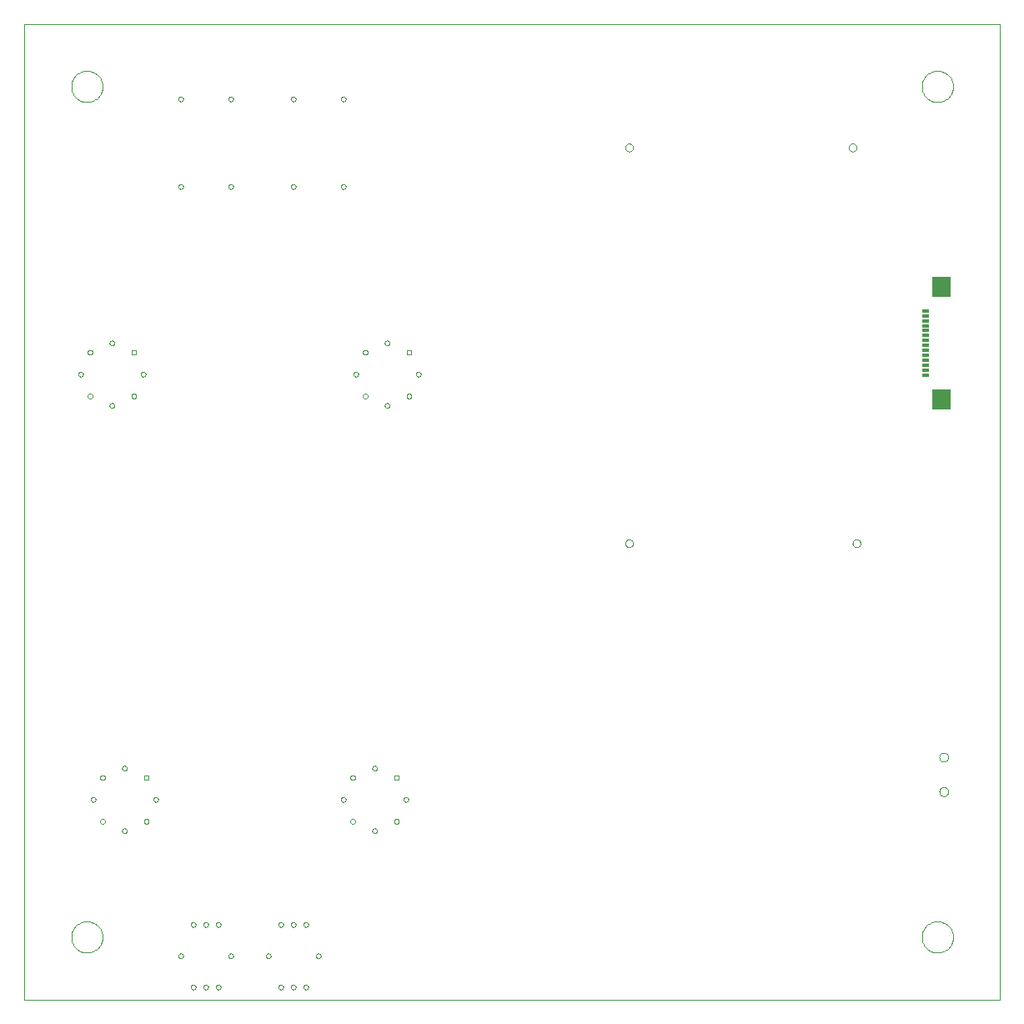
<source format=gbp>
G75*
G70*
%OFA0B0*%
%FSLAX24Y24*%
%IPPOS*%
%LPD*%
%AMOC8*
5,1,8,0,0,1.08239X$1,22.5*
%
%ADD10C,0.0000*%
%ADD11R,0.0315X0.0118*%
%ADD12R,0.0748X0.0787*%
D10*
X000504Y000161D02*
X000504Y039161D01*
X039504Y039161D01*
X039504Y000161D01*
X000504Y000161D01*
X002379Y002661D02*
X002381Y002711D01*
X002387Y002760D01*
X002397Y002809D01*
X002410Y002856D01*
X002428Y002903D01*
X002449Y002948D01*
X002473Y002991D01*
X002501Y003032D01*
X002532Y003071D01*
X002566Y003107D01*
X002603Y003141D01*
X002643Y003171D01*
X002684Y003198D01*
X002728Y003222D01*
X002773Y003242D01*
X002820Y003258D01*
X002868Y003271D01*
X002917Y003280D01*
X002967Y003285D01*
X003016Y003286D01*
X003066Y003283D01*
X003115Y003276D01*
X003164Y003265D01*
X003211Y003251D01*
X003257Y003232D01*
X003302Y003210D01*
X003345Y003185D01*
X003385Y003156D01*
X003423Y003124D01*
X003459Y003090D01*
X003492Y003052D01*
X003521Y003012D01*
X003547Y002970D01*
X003570Y002926D01*
X003589Y002880D01*
X003605Y002833D01*
X003617Y002784D01*
X003625Y002735D01*
X003629Y002686D01*
X003629Y002636D01*
X003625Y002587D01*
X003617Y002538D01*
X003605Y002489D01*
X003589Y002442D01*
X003570Y002396D01*
X003547Y002352D01*
X003521Y002310D01*
X003492Y002270D01*
X003459Y002232D01*
X003423Y002198D01*
X003385Y002166D01*
X003345Y002137D01*
X003302Y002112D01*
X003257Y002090D01*
X003211Y002071D01*
X003164Y002057D01*
X003115Y002046D01*
X003066Y002039D01*
X003016Y002036D01*
X002967Y002037D01*
X002917Y002042D01*
X002868Y002051D01*
X002820Y002064D01*
X002773Y002080D01*
X002728Y002100D01*
X002684Y002124D01*
X002643Y002151D01*
X002603Y002181D01*
X002566Y002215D01*
X002532Y002251D01*
X002501Y002290D01*
X002473Y002331D01*
X002449Y002374D01*
X002428Y002419D01*
X002410Y002466D01*
X002397Y002513D01*
X002387Y002562D01*
X002381Y002611D01*
X002379Y002661D01*
X004406Y006911D02*
X004408Y006930D01*
X004413Y006949D01*
X004423Y006965D01*
X004435Y006980D01*
X004450Y006992D01*
X004466Y007002D01*
X004485Y007007D01*
X004504Y007009D01*
X004523Y007007D01*
X004542Y007002D01*
X004558Y006992D01*
X004573Y006980D01*
X004585Y006965D01*
X004595Y006949D01*
X004600Y006930D01*
X004602Y006911D01*
X004600Y006892D01*
X004595Y006873D01*
X004585Y006857D01*
X004573Y006842D01*
X004558Y006830D01*
X004542Y006820D01*
X004523Y006815D01*
X004504Y006813D01*
X004485Y006815D01*
X004466Y006820D01*
X004450Y006830D01*
X004435Y006842D01*
X004423Y006857D01*
X004413Y006873D01*
X004408Y006892D01*
X004406Y006911D01*
X003531Y007286D02*
X003533Y007305D01*
X003538Y007324D01*
X003548Y007340D01*
X003560Y007355D01*
X003575Y007367D01*
X003591Y007377D01*
X003610Y007382D01*
X003629Y007384D01*
X003648Y007382D01*
X003667Y007377D01*
X003683Y007367D01*
X003698Y007355D01*
X003710Y007340D01*
X003720Y007324D01*
X003725Y007305D01*
X003727Y007286D01*
X003725Y007267D01*
X003720Y007248D01*
X003710Y007232D01*
X003698Y007217D01*
X003683Y007205D01*
X003667Y007195D01*
X003648Y007190D01*
X003629Y007188D01*
X003610Y007190D01*
X003591Y007195D01*
X003575Y007205D01*
X003560Y007217D01*
X003548Y007232D01*
X003538Y007248D01*
X003533Y007267D01*
X003531Y007286D01*
X003156Y008161D02*
X003158Y008180D01*
X003163Y008199D01*
X003173Y008215D01*
X003185Y008230D01*
X003200Y008242D01*
X003216Y008252D01*
X003235Y008257D01*
X003254Y008259D01*
X003273Y008257D01*
X003292Y008252D01*
X003308Y008242D01*
X003323Y008230D01*
X003335Y008215D01*
X003345Y008199D01*
X003350Y008180D01*
X003352Y008161D01*
X003350Y008142D01*
X003345Y008123D01*
X003335Y008107D01*
X003323Y008092D01*
X003308Y008080D01*
X003292Y008070D01*
X003273Y008065D01*
X003254Y008063D01*
X003235Y008065D01*
X003216Y008070D01*
X003200Y008080D01*
X003185Y008092D01*
X003173Y008107D01*
X003163Y008123D01*
X003158Y008142D01*
X003156Y008161D01*
X003531Y009036D02*
X003533Y009055D01*
X003538Y009074D01*
X003548Y009090D01*
X003560Y009105D01*
X003575Y009117D01*
X003591Y009127D01*
X003610Y009132D01*
X003629Y009134D01*
X003648Y009132D01*
X003667Y009127D01*
X003683Y009117D01*
X003698Y009105D01*
X003710Y009090D01*
X003720Y009074D01*
X003725Y009055D01*
X003727Y009036D01*
X003725Y009017D01*
X003720Y008998D01*
X003710Y008982D01*
X003698Y008967D01*
X003683Y008955D01*
X003667Y008945D01*
X003648Y008940D01*
X003629Y008938D01*
X003610Y008940D01*
X003591Y008945D01*
X003575Y008955D01*
X003560Y008967D01*
X003548Y008982D01*
X003538Y008998D01*
X003533Y009017D01*
X003531Y009036D01*
X004406Y009411D02*
X004408Y009430D01*
X004413Y009449D01*
X004423Y009465D01*
X004435Y009480D01*
X004450Y009492D01*
X004466Y009502D01*
X004485Y009507D01*
X004504Y009509D01*
X004523Y009507D01*
X004542Y009502D01*
X004558Y009492D01*
X004573Y009480D01*
X004585Y009465D01*
X004595Y009449D01*
X004600Y009430D01*
X004602Y009411D01*
X004600Y009392D01*
X004595Y009373D01*
X004585Y009357D01*
X004573Y009342D01*
X004558Y009330D01*
X004542Y009320D01*
X004523Y009315D01*
X004504Y009313D01*
X004485Y009315D01*
X004466Y009320D01*
X004450Y009330D01*
X004435Y009342D01*
X004423Y009357D01*
X004413Y009373D01*
X004408Y009392D01*
X004406Y009411D01*
X005281Y009036D02*
X005283Y009055D01*
X005288Y009074D01*
X005298Y009090D01*
X005310Y009105D01*
X005325Y009117D01*
X005341Y009127D01*
X005360Y009132D01*
X005379Y009134D01*
X005398Y009132D01*
X005417Y009127D01*
X005433Y009117D01*
X005448Y009105D01*
X005460Y009090D01*
X005470Y009074D01*
X005475Y009055D01*
X005477Y009036D01*
X005475Y009017D01*
X005470Y008998D01*
X005460Y008982D01*
X005448Y008967D01*
X005433Y008955D01*
X005417Y008945D01*
X005398Y008940D01*
X005379Y008938D01*
X005360Y008940D01*
X005341Y008945D01*
X005325Y008955D01*
X005310Y008967D01*
X005298Y008982D01*
X005288Y008998D01*
X005283Y009017D01*
X005281Y009036D01*
X005656Y008161D02*
X005658Y008180D01*
X005663Y008199D01*
X005673Y008215D01*
X005685Y008230D01*
X005700Y008242D01*
X005716Y008252D01*
X005735Y008257D01*
X005754Y008259D01*
X005773Y008257D01*
X005792Y008252D01*
X005808Y008242D01*
X005823Y008230D01*
X005835Y008215D01*
X005845Y008199D01*
X005850Y008180D01*
X005852Y008161D01*
X005850Y008142D01*
X005845Y008123D01*
X005835Y008107D01*
X005823Y008092D01*
X005808Y008080D01*
X005792Y008070D01*
X005773Y008065D01*
X005754Y008063D01*
X005735Y008065D01*
X005716Y008070D01*
X005700Y008080D01*
X005685Y008092D01*
X005673Y008107D01*
X005663Y008123D01*
X005658Y008142D01*
X005656Y008161D01*
X005281Y007286D02*
X005283Y007305D01*
X005288Y007324D01*
X005298Y007340D01*
X005310Y007355D01*
X005325Y007367D01*
X005341Y007377D01*
X005360Y007382D01*
X005379Y007384D01*
X005398Y007382D01*
X005417Y007377D01*
X005433Y007367D01*
X005448Y007355D01*
X005460Y007340D01*
X005470Y007324D01*
X005475Y007305D01*
X005477Y007286D01*
X005475Y007267D01*
X005470Y007248D01*
X005460Y007232D01*
X005448Y007217D01*
X005433Y007205D01*
X005417Y007195D01*
X005398Y007190D01*
X005379Y007188D01*
X005360Y007190D01*
X005341Y007195D01*
X005325Y007205D01*
X005310Y007217D01*
X005298Y007232D01*
X005288Y007248D01*
X005283Y007267D01*
X005281Y007286D01*
X007156Y003161D02*
X007158Y003180D01*
X007163Y003199D01*
X007173Y003215D01*
X007185Y003230D01*
X007200Y003242D01*
X007216Y003252D01*
X007235Y003257D01*
X007254Y003259D01*
X007273Y003257D01*
X007292Y003252D01*
X007308Y003242D01*
X007323Y003230D01*
X007335Y003215D01*
X007345Y003199D01*
X007350Y003180D01*
X007352Y003161D01*
X007350Y003142D01*
X007345Y003123D01*
X007335Y003107D01*
X007323Y003092D01*
X007308Y003080D01*
X007292Y003070D01*
X007273Y003065D01*
X007254Y003063D01*
X007235Y003065D01*
X007216Y003070D01*
X007200Y003080D01*
X007185Y003092D01*
X007173Y003107D01*
X007163Y003123D01*
X007158Y003142D01*
X007156Y003161D01*
X007656Y003161D02*
X007658Y003180D01*
X007663Y003199D01*
X007673Y003215D01*
X007685Y003230D01*
X007700Y003242D01*
X007716Y003252D01*
X007735Y003257D01*
X007754Y003259D01*
X007773Y003257D01*
X007792Y003252D01*
X007808Y003242D01*
X007823Y003230D01*
X007835Y003215D01*
X007845Y003199D01*
X007850Y003180D01*
X007852Y003161D01*
X007850Y003142D01*
X007845Y003123D01*
X007835Y003107D01*
X007823Y003092D01*
X007808Y003080D01*
X007792Y003070D01*
X007773Y003065D01*
X007754Y003063D01*
X007735Y003065D01*
X007716Y003070D01*
X007700Y003080D01*
X007685Y003092D01*
X007673Y003107D01*
X007663Y003123D01*
X007658Y003142D01*
X007656Y003161D01*
X008156Y003161D02*
X008158Y003180D01*
X008163Y003199D01*
X008173Y003215D01*
X008185Y003230D01*
X008200Y003242D01*
X008216Y003252D01*
X008235Y003257D01*
X008254Y003259D01*
X008273Y003257D01*
X008292Y003252D01*
X008308Y003242D01*
X008323Y003230D01*
X008335Y003215D01*
X008345Y003199D01*
X008350Y003180D01*
X008352Y003161D01*
X008350Y003142D01*
X008345Y003123D01*
X008335Y003107D01*
X008323Y003092D01*
X008308Y003080D01*
X008292Y003070D01*
X008273Y003065D01*
X008254Y003063D01*
X008235Y003065D01*
X008216Y003070D01*
X008200Y003080D01*
X008185Y003092D01*
X008173Y003107D01*
X008163Y003123D01*
X008158Y003142D01*
X008156Y003161D01*
X008656Y001911D02*
X008658Y001930D01*
X008663Y001949D01*
X008673Y001965D01*
X008685Y001980D01*
X008700Y001992D01*
X008716Y002002D01*
X008735Y002007D01*
X008754Y002009D01*
X008773Y002007D01*
X008792Y002002D01*
X008808Y001992D01*
X008823Y001980D01*
X008835Y001965D01*
X008845Y001949D01*
X008850Y001930D01*
X008852Y001911D01*
X008850Y001892D01*
X008845Y001873D01*
X008835Y001857D01*
X008823Y001842D01*
X008808Y001830D01*
X008792Y001820D01*
X008773Y001815D01*
X008754Y001813D01*
X008735Y001815D01*
X008716Y001820D01*
X008700Y001830D01*
X008685Y001842D01*
X008673Y001857D01*
X008663Y001873D01*
X008658Y001892D01*
X008656Y001911D01*
X008156Y000661D02*
X008158Y000680D01*
X008163Y000699D01*
X008173Y000715D01*
X008185Y000730D01*
X008200Y000742D01*
X008216Y000752D01*
X008235Y000757D01*
X008254Y000759D01*
X008273Y000757D01*
X008292Y000752D01*
X008308Y000742D01*
X008323Y000730D01*
X008335Y000715D01*
X008345Y000699D01*
X008350Y000680D01*
X008352Y000661D01*
X008350Y000642D01*
X008345Y000623D01*
X008335Y000607D01*
X008323Y000592D01*
X008308Y000580D01*
X008292Y000570D01*
X008273Y000565D01*
X008254Y000563D01*
X008235Y000565D01*
X008216Y000570D01*
X008200Y000580D01*
X008185Y000592D01*
X008173Y000607D01*
X008163Y000623D01*
X008158Y000642D01*
X008156Y000661D01*
X007656Y000661D02*
X007658Y000680D01*
X007663Y000699D01*
X007673Y000715D01*
X007685Y000730D01*
X007700Y000742D01*
X007716Y000752D01*
X007735Y000757D01*
X007754Y000759D01*
X007773Y000757D01*
X007792Y000752D01*
X007808Y000742D01*
X007823Y000730D01*
X007835Y000715D01*
X007845Y000699D01*
X007850Y000680D01*
X007852Y000661D01*
X007850Y000642D01*
X007845Y000623D01*
X007835Y000607D01*
X007823Y000592D01*
X007808Y000580D01*
X007792Y000570D01*
X007773Y000565D01*
X007754Y000563D01*
X007735Y000565D01*
X007716Y000570D01*
X007700Y000580D01*
X007685Y000592D01*
X007673Y000607D01*
X007663Y000623D01*
X007658Y000642D01*
X007656Y000661D01*
X007156Y000661D02*
X007158Y000680D01*
X007163Y000699D01*
X007173Y000715D01*
X007185Y000730D01*
X007200Y000742D01*
X007216Y000752D01*
X007235Y000757D01*
X007254Y000759D01*
X007273Y000757D01*
X007292Y000752D01*
X007308Y000742D01*
X007323Y000730D01*
X007335Y000715D01*
X007345Y000699D01*
X007350Y000680D01*
X007352Y000661D01*
X007350Y000642D01*
X007345Y000623D01*
X007335Y000607D01*
X007323Y000592D01*
X007308Y000580D01*
X007292Y000570D01*
X007273Y000565D01*
X007254Y000563D01*
X007235Y000565D01*
X007216Y000570D01*
X007200Y000580D01*
X007185Y000592D01*
X007173Y000607D01*
X007163Y000623D01*
X007158Y000642D01*
X007156Y000661D01*
X006656Y001911D02*
X006658Y001930D01*
X006663Y001949D01*
X006673Y001965D01*
X006685Y001980D01*
X006700Y001992D01*
X006716Y002002D01*
X006735Y002007D01*
X006754Y002009D01*
X006773Y002007D01*
X006792Y002002D01*
X006808Y001992D01*
X006823Y001980D01*
X006835Y001965D01*
X006845Y001949D01*
X006850Y001930D01*
X006852Y001911D01*
X006850Y001892D01*
X006845Y001873D01*
X006835Y001857D01*
X006823Y001842D01*
X006808Y001830D01*
X006792Y001820D01*
X006773Y001815D01*
X006754Y001813D01*
X006735Y001815D01*
X006716Y001820D01*
X006700Y001830D01*
X006685Y001842D01*
X006673Y001857D01*
X006663Y001873D01*
X006658Y001892D01*
X006656Y001911D01*
X010156Y001911D02*
X010158Y001930D01*
X010163Y001949D01*
X010173Y001965D01*
X010185Y001980D01*
X010200Y001992D01*
X010216Y002002D01*
X010235Y002007D01*
X010254Y002009D01*
X010273Y002007D01*
X010292Y002002D01*
X010308Y001992D01*
X010323Y001980D01*
X010335Y001965D01*
X010345Y001949D01*
X010350Y001930D01*
X010352Y001911D01*
X010350Y001892D01*
X010345Y001873D01*
X010335Y001857D01*
X010323Y001842D01*
X010308Y001830D01*
X010292Y001820D01*
X010273Y001815D01*
X010254Y001813D01*
X010235Y001815D01*
X010216Y001820D01*
X010200Y001830D01*
X010185Y001842D01*
X010173Y001857D01*
X010163Y001873D01*
X010158Y001892D01*
X010156Y001911D01*
X010656Y000661D02*
X010658Y000680D01*
X010663Y000699D01*
X010673Y000715D01*
X010685Y000730D01*
X010700Y000742D01*
X010716Y000752D01*
X010735Y000757D01*
X010754Y000759D01*
X010773Y000757D01*
X010792Y000752D01*
X010808Y000742D01*
X010823Y000730D01*
X010835Y000715D01*
X010845Y000699D01*
X010850Y000680D01*
X010852Y000661D01*
X010850Y000642D01*
X010845Y000623D01*
X010835Y000607D01*
X010823Y000592D01*
X010808Y000580D01*
X010792Y000570D01*
X010773Y000565D01*
X010754Y000563D01*
X010735Y000565D01*
X010716Y000570D01*
X010700Y000580D01*
X010685Y000592D01*
X010673Y000607D01*
X010663Y000623D01*
X010658Y000642D01*
X010656Y000661D01*
X011156Y000661D02*
X011158Y000680D01*
X011163Y000699D01*
X011173Y000715D01*
X011185Y000730D01*
X011200Y000742D01*
X011216Y000752D01*
X011235Y000757D01*
X011254Y000759D01*
X011273Y000757D01*
X011292Y000752D01*
X011308Y000742D01*
X011323Y000730D01*
X011335Y000715D01*
X011345Y000699D01*
X011350Y000680D01*
X011352Y000661D01*
X011350Y000642D01*
X011345Y000623D01*
X011335Y000607D01*
X011323Y000592D01*
X011308Y000580D01*
X011292Y000570D01*
X011273Y000565D01*
X011254Y000563D01*
X011235Y000565D01*
X011216Y000570D01*
X011200Y000580D01*
X011185Y000592D01*
X011173Y000607D01*
X011163Y000623D01*
X011158Y000642D01*
X011156Y000661D01*
X011656Y000661D02*
X011658Y000680D01*
X011663Y000699D01*
X011673Y000715D01*
X011685Y000730D01*
X011700Y000742D01*
X011716Y000752D01*
X011735Y000757D01*
X011754Y000759D01*
X011773Y000757D01*
X011792Y000752D01*
X011808Y000742D01*
X011823Y000730D01*
X011835Y000715D01*
X011845Y000699D01*
X011850Y000680D01*
X011852Y000661D01*
X011850Y000642D01*
X011845Y000623D01*
X011835Y000607D01*
X011823Y000592D01*
X011808Y000580D01*
X011792Y000570D01*
X011773Y000565D01*
X011754Y000563D01*
X011735Y000565D01*
X011716Y000570D01*
X011700Y000580D01*
X011685Y000592D01*
X011673Y000607D01*
X011663Y000623D01*
X011658Y000642D01*
X011656Y000661D01*
X012156Y001911D02*
X012158Y001930D01*
X012163Y001949D01*
X012173Y001965D01*
X012185Y001980D01*
X012200Y001992D01*
X012216Y002002D01*
X012235Y002007D01*
X012254Y002009D01*
X012273Y002007D01*
X012292Y002002D01*
X012308Y001992D01*
X012323Y001980D01*
X012335Y001965D01*
X012345Y001949D01*
X012350Y001930D01*
X012352Y001911D01*
X012350Y001892D01*
X012345Y001873D01*
X012335Y001857D01*
X012323Y001842D01*
X012308Y001830D01*
X012292Y001820D01*
X012273Y001815D01*
X012254Y001813D01*
X012235Y001815D01*
X012216Y001820D01*
X012200Y001830D01*
X012185Y001842D01*
X012173Y001857D01*
X012163Y001873D01*
X012158Y001892D01*
X012156Y001911D01*
X011656Y003161D02*
X011658Y003180D01*
X011663Y003199D01*
X011673Y003215D01*
X011685Y003230D01*
X011700Y003242D01*
X011716Y003252D01*
X011735Y003257D01*
X011754Y003259D01*
X011773Y003257D01*
X011792Y003252D01*
X011808Y003242D01*
X011823Y003230D01*
X011835Y003215D01*
X011845Y003199D01*
X011850Y003180D01*
X011852Y003161D01*
X011850Y003142D01*
X011845Y003123D01*
X011835Y003107D01*
X011823Y003092D01*
X011808Y003080D01*
X011792Y003070D01*
X011773Y003065D01*
X011754Y003063D01*
X011735Y003065D01*
X011716Y003070D01*
X011700Y003080D01*
X011685Y003092D01*
X011673Y003107D01*
X011663Y003123D01*
X011658Y003142D01*
X011656Y003161D01*
X011156Y003161D02*
X011158Y003180D01*
X011163Y003199D01*
X011173Y003215D01*
X011185Y003230D01*
X011200Y003242D01*
X011216Y003252D01*
X011235Y003257D01*
X011254Y003259D01*
X011273Y003257D01*
X011292Y003252D01*
X011308Y003242D01*
X011323Y003230D01*
X011335Y003215D01*
X011345Y003199D01*
X011350Y003180D01*
X011352Y003161D01*
X011350Y003142D01*
X011345Y003123D01*
X011335Y003107D01*
X011323Y003092D01*
X011308Y003080D01*
X011292Y003070D01*
X011273Y003065D01*
X011254Y003063D01*
X011235Y003065D01*
X011216Y003070D01*
X011200Y003080D01*
X011185Y003092D01*
X011173Y003107D01*
X011163Y003123D01*
X011158Y003142D01*
X011156Y003161D01*
X010656Y003161D02*
X010658Y003180D01*
X010663Y003199D01*
X010673Y003215D01*
X010685Y003230D01*
X010700Y003242D01*
X010716Y003252D01*
X010735Y003257D01*
X010754Y003259D01*
X010773Y003257D01*
X010792Y003252D01*
X010808Y003242D01*
X010823Y003230D01*
X010835Y003215D01*
X010845Y003199D01*
X010850Y003180D01*
X010852Y003161D01*
X010850Y003142D01*
X010845Y003123D01*
X010835Y003107D01*
X010823Y003092D01*
X010808Y003080D01*
X010792Y003070D01*
X010773Y003065D01*
X010754Y003063D01*
X010735Y003065D01*
X010716Y003070D01*
X010700Y003080D01*
X010685Y003092D01*
X010673Y003107D01*
X010663Y003123D01*
X010658Y003142D01*
X010656Y003161D01*
X013531Y007286D02*
X013533Y007305D01*
X013538Y007324D01*
X013548Y007340D01*
X013560Y007355D01*
X013575Y007367D01*
X013591Y007377D01*
X013610Y007382D01*
X013629Y007384D01*
X013648Y007382D01*
X013667Y007377D01*
X013683Y007367D01*
X013698Y007355D01*
X013710Y007340D01*
X013720Y007324D01*
X013725Y007305D01*
X013727Y007286D01*
X013725Y007267D01*
X013720Y007248D01*
X013710Y007232D01*
X013698Y007217D01*
X013683Y007205D01*
X013667Y007195D01*
X013648Y007190D01*
X013629Y007188D01*
X013610Y007190D01*
X013591Y007195D01*
X013575Y007205D01*
X013560Y007217D01*
X013548Y007232D01*
X013538Y007248D01*
X013533Y007267D01*
X013531Y007286D01*
X013156Y008161D02*
X013158Y008180D01*
X013163Y008199D01*
X013173Y008215D01*
X013185Y008230D01*
X013200Y008242D01*
X013216Y008252D01*
X013235Y008257D01*
X013254Y008259D01*
X013273Y008257D01*
X013292Y008252D01*
X013308Y008242D01*
X013323Y008230D01*
X013335Y008215D01*
X013345Y008199D01*
X013350Y008180D01*
X013352Y008161D01*
X013350Y008142D01*
X013345Y008123D01*
X013335Y008107D01*
X013323Y008092D01*
X013308Y008080D01*
X013292Y008070D01*
X013273Y008065D01*
X013254Y008063D01*
X013235Y008065D01*
X013216Y008070D01*
X013200Y008080D01*
X013185Y008092D01*
X013173Y008107D01*
X013163Y008123D01*
X013158Y008142D01*
X013156Y008161D01*
X013531Y009036D02*
X013533Y009055D01*
X013538Y009074D01*
X013548Y009090D01*
X013560Y009105D01*
X013575Y009117D01*
X013591Y009127D01*
X013610Y009132D01*
X013629Y009134D01*
X013648Y009132D01*
X013667Y009127D01*
X013683Y009117D01*
X013698Y009105D01*
X013710Y009090D01*
X013720Y009074D01*
X013725Y009055D01*
X013727Y009036D01*
X013725Y009017D01*
X013720Y008998D01*
X013710Y008982D01*
X013698Y008967D01*
X013683Y008955D01*
X013667Y008945D01*
X013648Y008940D01*
X013629Y008938D01*
X013610Y008940D01*
X013591Y008945D01*
X013575Y008955D01*
X013560Y008967D01*
X013548Y008982D01*
X013538Y008998D01*
X013533Y009017D01*
X013531Y009036D01*
X014406Y009411D02*
X014408Y009430D01*
X014413Y009449D01*
X014423Y009465D01*
X014435Y009480D01*
X014450Y009492D01*
X014466Y009502D01*
X014485Y009507D01*
X014504Y009509D01*
X014523Y009507D01*
X014542Y009502D01*
X014558Y009492D01*
X014573Y009480D01*
X014585Y009465D01*
X014595Y009449D01*
X014600Y009430D01*
X014602Y009411D01*
X014600Y009392D01*
X014595Y009373D01*
X014585Y009357D01*
X014573Y009342D01*
X014558Y009330D01*
X014542Y009320D01*
X014523Y009315D01*
X014504Y009313D01*
X014485Y009315D01*
X014466Y009320D01*
X014450Y009330D01*
X014435Y009342D01*
X014423Y009357D01*
X014413Y009373D01*
X014408Y009392D01*
X014406Y009411D01*
X015281Y009036D02*
X015283Y009055D01*
X015288Y009074D01*
X015298Y009090D01*
X015310Y009105D01*
X015325Y009117D01*
X015341Y009127D01*
X015360Y009132D01*
X015379Y009134D01*
X015398Y009132D01*
X015417Y009127D01*
X015433Y009117D01*
X015448Y009105D01*
X015460Y009090D01*
X015470Y009074D01*
X015475Y009055D01*
X015477Y009036D01*
X015475Y009017D01*
X015470Y008998D01*
X015460Y008982D01*
X015448Y008967D01*
X015433Y008955D01*
X015417Y008945D01*
X015398Y008940D01*
X015379Y008938D01*
X015360Y008940D01*
X015341Y008945D01*
X015325Y008955D01*
X015310Y008967D01*
X015298Y008982D01*
X015288Y008998D01*
X015283Y009017D01*
X015281Y009036D01*
X015656Y008161D02*
X015658Y008180D01*
X015663Y008199D01*
X015673Y008215D01*
X015685Y008230D01*
X015700Y008242D01*
X015716Y008252D01*
X015735Y008257D01*
X015754Y008259D01*
X015773Y008257D01*
X015792Y008252D01*
X015808Y008242D01*
X015823Y008230D01*
X015835Y008215D01*
X015845Y008199D01*
X015850Y008180D01*
X015852Y008161D01*
X015850Y008142D01*
X015845Y008123D01*
X015835Y008107D01*
X015823Y008092D01*
X015808Y008080D01*
X015792Y008070D01*
X015773Y008065D01*
X015754Y008063D01*
X015735Y008065D01*
X015716Y008070D01*
X015700Y008080D01*
X015685Y008092D01*
X015673Y008107D01*
X015663Y008123D01*
X015658Y008142D01*
X015656Y008161D01*
X015281Y007286D02*
X015283Y007305D01*
X015288Y007324D01*
X015298Y007340D01*
X015310Y007355D01*
X015325Y007367D01*
X015341Y007377D01*
X015360Y007382D01*
X015379Y007384D01*
X015398Y007382D01*
X015417Y007377D01*
X015433Y007367D01*
X015448Y007355D01*
X015460Y007340D01*
X015470Y007324D01*
X015475Y007305D01*
X015477Y007286D01*
X015475Y007267D01*
X015470Y007248D01*
X015460Y007232D01*
X015448Y007217D01*
X015433Y007205D01*
X015417Y007195D01*
X015398Y007190D01*
X015379Y007188D01*
X015360Y007190D01*
X015341Y007195D01*
X015325Y007205D01*
X015310Y007217D01*
X015298Y007232D01*
X015288Y007248D01*
X015283Y007267D01*
X015281Y007286D01*
X014406Y006911D02*
X014408Y006930D01*
X014413Y006949D01*
X014423Y006965D01*
X014435Y006980D01*
X014450Y006992D01*
X014466Y007002D01*
X014485Y007007D01*
X014504Y007009D01*
X014523Y007007D01*
X014542Y007002D01*
X014558Y006992D01*
X014573Y006980D01*
X014585Y006965D01*
X014595Y006949D01*
X014600Y006930D01*
X014602Y006911D01*
X014600Y006892D01*
X014595Y006873D01*
X014585Y006857D01*
X014573Y006842D01*
X014558Y006830D01*
X014542Y006820D01*
X014523Y006815D01*
X014504Y006813D01*
X014485Y006815D01*
X014466Y006820D01*
X014450Y006830D01*
X014435Y006842D01*
X014423Y006857D01*
X014413Y006873D01*
X014408Y006892D01*
X014406Y006911D01*
X024516Y018397D02*
X024518Y018422D01*
X024524Y018446D01*
X024533Y018468D01*
X024546Y018489D01*
X024562Y018508D01*
X024581Y018524D01*
X024602Y018537D01*
X024624Y018546D01*
X024648Y018552D01*
X024673Y018554D01*
X024698Y018552D01*
X024722Y018546D01*
X024744Y018537D01*
X024765Y018524D01*
X024784Y018508D01*
X024800Y018489D01*
X024813Y018468D01*
X024822Y018446D01*
X024828Y018422D01*
X024830Y018397D01*
X024828Y018372D01*
X024822Y018348D01*
X024813Y018326D01*
X024800Y018305D01*
X024784Y018286D01*
X024765Y018270D01*
X024744Y018257D01*
X024722Y018248D01*
X024698Y018242D01*
X024673Y018240D01*
X024648Y018242D01*
X024624Y018248D01*
X024602Y018257D01*
X024581Y018270D01*
X024562Y018286D01*
X024546Y018305D01*
X024533Y018326D01*
X024524Y018348D01*
X024518Y018372D01*
X024516Y018397D01*
X016156Y025161D02*
X016158Y025180D01*
X016163Y025199D01*
X016173Y025215D01*
X016185Y025230D01*
X016200Y025242D01*
X016216Y025252D01*
X016235Y025257D01*
X016254Y025259D01*
X016273Y025257D01*
X016292Y025252D01*
X016308Y025242D01*
X016323Y025230D01*
X016335Y025215D01*
X016345Y025199D01*
X016350Y025180D01*
X016352Y025161D01*
X016350Y025142D01*
X016345Y025123D01*
X016335Y025107D01*
X016323Y025092D01*
X016308Y025080D01*
X016292Y025070D01*
X016273Y025065D01*
X016254Y025063D01*
X016235Y025065D01*
X016216Y025070D01*
X016200Y025080D01*
X016185Y025092D01*
X016173Y025107D01*
X016163Y025123D01*
X016158Y025142D01*
X016156Y025161D01*
X015781Y024286D02*
X015783Y024305D01*
X015788Y024324D01*
X015798Y024340D01*
X015810Y024355D01*
X015825Y024367D01*
X015841Y024377D01*
X015860Y024382D01*
X015879Y024384D01*
X015898Y024382D01*
X015917Y024377D01*
X015933Y024367D01*
X015948Y024355D01*
X015960Y024340D01*
X015970Y024324D01*
X015975Y024305D01*
X015977Y024286D01*
X015975Y024267D01*
X015970Y024248D01*
X015960Y024232D01*
X015948Y024217D01*
X015933Y024205D01*
X015917Y024195D01*
X015898Y024190D01*
X015879Y024188D01*
X015860Y024190D01*
X015841Y024195D01*
X015825Y024205D01*
X015810Y024217D01*
X015798Y024232D01*
X015788Y024248D01*
X015783Y024267D01*
X015781Y024286D01*
X014906Y023911D02*
X014908Y023930D01*
X014913Y023949D01*
X014923Y023965D01*
X014935Y023980D01*
X014950Y023992D01*
X014966Y024002D01*
X014985Y024007D01*
X015004Y024009D01*
X015023Y024007D01*
X015042Y024002D01*
X015058Y023992D01*
X015073Y023980D01*
X015085Y023965D01*
X015095Y023949D01*
X015100Y023930D01*
X015102Y023911D01*
X015100Y023892D01*
X015095Y023873D01*
X015085Y023857D01*
X015073Y023842D01*
X015058Y023830D01*
X015042Y023820D01*
X015023Y023815D01*
X015004Y023813D01*
X014985Y023815D01*
X014966Y023820D01*
X014950Y023830D01*
X014935Y023842D01*
X014923Y023857D01*
X014913Y023873D01*
X014908Y023892D01*
X014906Y023911D01*
X014031Y024286D02*
X014033Y024305D01*
X014038Y024324D01*
X014048Y024340D01*
X014060Y024355D01*
X014075Y024367D01*
X014091Y024377D01*
X014110Y024382D01*
X014129Y024384D01*
X014148Y024382D01*
X014167Y024377D01*
X014183Y024367D01*
X014198Y024355D01*
X014210Y024340D01*
X014220Y024324D01*
X014225Y024305D01*
X014227Y024286D01*
X014225Y024267D01*
X014220Y024248D01*
X014210Y024232D01*
X014198Y024217D01*
X014183Y024205D01*
X014167Y024195D01*
X014148Y024190D01*
X014129Y024188D01*
X014110Y024190D01*
X014091Y024195D01*
X014075Y024205D01*
X014060Y024217D01*
X014048Y024232D01*
X014038Y024248D01*
X014033Y024267D01*
X014031Y024286D01*
X013656Y025161D02*
X013658Y025180D01*
X013663Y025199D01*
X013673Y025215D01*
X013685Y025230D01*
X013700Y025242D01*
X013716Y025252D01*
X013735Y025257D01*
X013754Y025259D01*
X013773Y025257D01*
X013792Y025252D01*
X013808Y025242D01*
X013823Y025230D01*
X013835Y025215D01*
X013845Y025199D01*
X013850Y025180D01*
X013852Y025161D01*
X013850Y025142D01*
X013845Y025123D01*
X013835Y025107D01*
X013823Y025092D01*
X013808Y025080D01*
X013792Y025070D01*
X013773Y025065D01*
X013754Y025063D01*
X013735Y025065D01*
X013716Y025070D01*
X013700Y025080D01*
X013685Y025092D01*
X013673Y025107D01*
X013663Y025123D01*
X013658Y025142D01*
X013656Y025161D01*
X014031Y026036D02*
X014033Y026055D01*
X014038Y026074D01*
X014048Y026090D01*
X014060Y026105D01*
X014075Y026117D01*
X014091Y026127D01*
X014110Y026132D01*
X014129Y026134D01*
X014148Y026132D01*
X014167Y026127D01*
X014183Y026117D01*
X014198Y026105D01*
X014210Y026090D01*
X014220Y026074D01*
X014225Y026055D01*
X014227Y026036D01*
X014225Y026017D01*
X014220Y025998D01*
X014210Y025982D01*
X014198Y025967D01*
X014183Y025955D01*
X014167Y025945D01*
X014148Y025940D01*
X014129Y025938D01*
X014110Y025940D01*
X014091Y025945D01*
X014075Y025955D01*
X014060Y025967D01*
X014048Y025982D01*
X014038Y025998D01*
X014033Y026017D01*
X014031Y026036D01*
X014906Y026411D02*
X014908Y026430D01*
X014913Y026449D01*
X014923Y026465D01*
X014935Y026480D01*
X014950Y026492D01*
X014966Y026502D01*
X014985Y026507D01*
X015004Y026509D01*
X015023Y026507D01*
X015042Y026502D01*
X015058Y026492D01*
X015073Y026480D01*
X015085Y026465D01*
X015095Y026449D01*
X015100Y026430D01*
X015102Y026411D01*
X015100Y026392D01*
X015095Y026373D01*
X015085Y026357D01*
X015073Y026342D01*
X015058Y026330D01*
X015042Y026320D01*
X015023Y026315D01*
X015004Y026313D01*
X014985Y026315D01*
X014966Y026320D01*
X014950Y026330D01*
X014935Y026342D01*
X014923Y026357D01*
X014913Y026373D01*
X014908Y026392D01*
X014906Y026411D01*
X015781Y026036D02*
X015783Y026055D01*
X015788Y026074D01*
X015798Y026090D01*
X015810Y026105D01*
X015825Y026117D01*
X015841Y026127D01*
X015860Y026132D01*
X015879Y026134D01*
X015898Y026132D01*
X015917Y026127D01*
X015933Y026117D01*
X015948Y026105D01*
X015960Y026090D01*
X015970Y026074D01*
X015975Y026055D01*
X015977Y026036D01*
X015975Y026017D01*
X015970Y025998D01*
X015960Y025982D01*
X015948Y025967D01*
X015933Y025955D01*
X015917Y025945D01*
X015898Y025940D01*
X015879Y025938D01*
X015860Y025940D01*
X015841Y025945D01*
X015825Y025955D01*
X015810Y025967D01*
X015798Y025982D01*
X015788Y025998D01*
X015783Y026017D01*
X015781Y026036D01*
X013156Y032661D02*
X013158Y032680D01*
X013163Y032699D01*
X013173Y032715D01*
X013185Y032730D01*
X013200Y032742D01*
X013216Y032752D01*
X013235Y032757D01*
X013254Y032759D01*
X013273Y032757D01*
X013292Y032752D01*
X013308Y032742D01*
X013323Y032730D01*
X013335Y032715D01*
X013345Y032699D01*
X013350Y032680D01*
X013352Y032661D01*
X013350Y032642D01*
X013345Y032623D01*
X013335Y032607D01*
X013323Y032592D01*
X013308Y032580D01*
X013292Y032570D01*
X013273Y032565D01*
X013254Y032563D01*
X013235Y032565D01*
X013216Y032570D01*
X013200Y032580D01*
X013185Y032592D01*
X013173Y032607D01*
X013163Y032623D01*
X013158Y032642D01*
X013156Y032661D01*
X011156Y032661D02*
X011158Y032680D01*
X011163Y032699D01*
X011173Y032715D01*
X011185Y032730D01*
X011200Y032742D01*
X011216Y032752D01*
X011235Y032757D01*
X011254Y032759D01*
X011273Y032757D01*
X011292Y032752D01*
X011308Y032742D01*
X011323Y032730D01*
X011335Y032715D01*
X011345Y032699D01*
X011350Y032680D01*
X011352Y032661D01*
X011350Y032642D01*
X011345Y032623D01*
X011335Y032607D01*
X011323Y032592D01*
X011308Y032580D01*
X011292Y032570D01*
X011273Y032565D01*
X011254Y032563D01*
X011235Y032565D01*
X011216Y032570D01*
X011200Y032580D01*
X011185Y032592D01*
X011173Y032607D01*
X011163Y032623D01*
X011158Y032642D01*
X011156Y032661D01*
X008656Y032661D02*
X008658Y032680D01*
X008663Y032699D01*
X008673Y032715D01*
X008685Y032730D01*
X008700Y032742D01*
X008716Y032752D01*
X008735Y032757D01*
X008754Y032759D01*
X008773Y032757D01*
X008792Y032752D01*
X008808Y032742D01*
X008823Y032730D01*
X008835Y032715D01*
X008845Y032699D01*
X008850Y032680D01*
X008852Y032661D01*
X008850Y032642D01*
X008845Y032623D01*
X008835Y032607D01*
X008823Y032592D01*
X008808Y032580D01*
X008792Y032570D01*
X008773Y032565D01*
X008754Y032563D01*
X008735Y032565D01*
X008716Y032570D01*
X008700Y032580D01*
X008685Y032592D01*
X008673Y032607D01*
X008663Y032623D01*
X008658Y032642D01*
X008656Y032661D01*
X006656Y032661D02*
X006658Y032680D01*
X006663Y032699D01*
X006673Y032715D01*
X006685Y032730D01*
X006700Y032742D01*
X006716Y032752D01*
X006735Y032757D01*
X006754Y032759D01*
X006773Y032757D01*
X006792Y032752D01*
X006808Y032742D01*
X006823Y032730D01*
X006835Y032715D01*
X006845Y032699D01*
X006850Y032680D01*
X006852Y032661D01*
X006850Y032642D01*
X006845Y032623D01*
X006835Y032607D01*
X006823Y032592D01*
X006808Y032580D01*
X006792Y032570D01*
X006773Y032565D01*
X006754Y032563D01*
X006735Y032565D01*
X006716Y032570D01*
X006700Y032580D01*
X006685Y032592D01*
X006673Y032607D01*
X006663Y032623D01*
X006658Y032642D01*
X006656Y032661D01*
X006656Y036161D02*
X006658Y036180D01*
X006663Y036199D01*
X006673Y036215D01*
X006685Y036230D01*
X006700Y036242D01*
X006716Y036252D01*
X006735Y036257D01*
X006754Y036259D01*
X006773Y036257D01*
X006792Y036252D01*
X006808Y036242D01*
X006823Y036230D01*
X006835Y036215D01*
X006845Y036199D01*
X006850Y036180D01*
X006852Y036161D01*
X006850Y036142D01*
X006845Y036123D01*
X006835Y036107D01*
X006823Y036092D01*
X006808Y036080D01*
X006792Y036070D01*
X006773Y036065D01*
X006754Y036063D01*
X006735Y036065D01*
X006716Y036070D01*
X006700Y036080D01*
X006685Y036092D01*
X006673Y036107D01*
X006663Y036123D01*
X006658Y036142D01*
X006656Y036161D01*
X008656Y036161D02*
X008658Y036180D01*
X008663Y036199D01*
X008673Y036215D01*
X008685Y036230D01*
X008700Y036242D01*
X008716Y036252D01*
X008735Y036257D01*
X008754Y036259D01*
X008773Y036257D01*
X008792Y036252D01*
X008808Y036242D01*
X008823Y036230D01*
X008835Y036215D01*
X008845Y036199D01*
X008850Y036180D01*
X008852Y036161D01*
X008850Y036142D01*
X008845Y036123D01*
X008835Y036107D01*
X008823Y036092D01*
X008808Y036080D01*
X008792Y036070D01*
X008773Y036065D01*
X008754Y036063D01*
X008735Y036065D01*
X008716Y036070D01*
X008700Y036080D01*
X008685Y036092D01*
X008673Y036107D01*
X008663Y036123D01*
X008658Y036142D01*
X008656Y036161D01*
X011156Y036161D02*
X011158Y036180D01*
X011163Y036199D01*
X011173Y036215D01*
X011185Y036230D01*
X011200Y036242D01*
X011216Y036252D01*
X011235Y036257D01*
X011254Y036259D01*
X011273Y036257D01*
X011292Y036252D01*
X011308Y036242D01*
X011323Y036230D01*
X011335Y036215D01*
X011345Y036199D01*
X011350Y036180D01*
X011352Y036161D01*
X011350Y036142D01*
X011345Y036123D01*
X011335Y036107D01*
X011323Y036092D01*
X011308Y036080D01*
X011292Y036070D01*
X011273Y036065D01*
X011254Y036063D01*
X011235Y036065D01*
X011216Y036070D01*
X011200Y036080D01*
X011185Y036092D01*
X011173Y036107D01*
X011163Y036123D01*
X011158Y036142D01*
X011156Y036161D01*
X013156Y036161D02*
X013158Y036180D01*
X013163Y036199D01*
X013173Y036215D01*
X013185Y036230D01*
X013200Y036242D01*
X013216Y036252D01*
X013235Y036257D01*
X013254Y036259D01*
X013273Y036257D01*
X013292Y036252D01*
X013308Y036242D01*
X013323Y036230D01*
X013335Y036215D01*
X013345Y036199D01*
X013350Y036180D01*
X013352Y036161D01*
X013350Y036142D01*
X013345Y036123D01*
X013335Y036107D01*
X013323Y036092D01*
X013308Y036080D01*
X013292Y036070D01*
X013273Y036065D01*
X013254Y036063D01*
X013235Y036065D01*
X013216Y036070D01*
X013200Y036080D01*
X013185Y036092D01*
X013173Y036107D01*
X013163Y036123D01*
X013158Y036142D01*
X013156Y036161D01*
X003906Y026411D02*
X003908Y026430D01*
X003913Y026449D01*
X003923Y026465D01*
X003935Y026480D01*
X003950Y026492D01*
X003966Y026502D01*
X003985Y026507D01*
X004004Y026509D01*
X004023Y026507D01*
X004042Y026502D01*
X004058Y026492D01*
X004073Y026480D01*
X004085Y026465D01*
X004095Y026449D01*
X004100Y026430D01*
X004102Y026411D01*
X004100Y026392D01*
X004095Y026373D01*
X004085Y026357D01*
X004073Y026342D01*
X004058Y026330D01*
X004042Y026320D01*
X004023Y026315D01*
X004004Y026313D01*
X003985Y026315D01*
X003966Y026320D01*
X003950Y026330D01*
X003935Y026342D01*
X003923Y026357D01*
X003913Y026373D01*
X003908Y026392D01*
X003906Y026411D01*
X003031Y026036D02*
X003033Y026055D01*
X003038Y026074D01*
X003048Y026090D01*
X003060Y026105D01*
X003075Y026117D01*
X003091Y026127D01*
X003110Y026132D01*
X003129Y026134D01*
X003148Y026132D01*
X003167Y026127D01*
X003183Y026117D01*
X003198Y026105D01*
X003210Y026090D01*
X003220Y026074D01*
X003225Y026055D01*
X003227Y026036D01*
X003225Y026017D01*
X003220Y025998D01*
X003210Y025982D01*
X003198Y025967D01*
X003183Y025955D01*
X003167Y025945D01*
X003148Y025940D01*
X003129Y025938D01*
X003110Y025940D01*
X003091Y025945D01*
X003075Y025955D01*
X003060Y025967D01*
X003048Y025982D01*
X003038Y025998D01*
X003033Y026017D01*
X003031Y026036D01*
X002656Y025161D02*
X002658Y025180D01*
X002663Y025199D01*
X002673Y025215D01*
X002685Y025230D01*
X002700Y025242D01*
X002716Y025252D01*
X002735Y025257D01*
X002754Y025259D01*
X002773Y025257D01*
X002792Y025252D01*
X002808Y025242D01*
X002823Y025230D01*
X002835Y025215D01*
X002845Y025199D01*
X002850Y025180D01*
X002852Y025161D01*
X002850Y025142D01*
X002845Y025123D01*
X002835Y025107D01*
X002823Y025092D01*
X002808Y025080D01*
X002792Y025070D01*
X002773Y025065D01*
X002754Y025063D01*
X002735Y025065D01*
X002716Y025070D01*
X002700Y025080D01*
X002685Y025092D01*
X002673Y025107D01*
X002663Y025123D01*
X002658Y025142D01*
X002656Y025161D01*
X003031Y024286D02*
X003033Y024305D01*
X003038Y024324D01*
X003048Y024340D01*
X003060Y024355D01*
X003075Y024367D01*
X003091Y024377D01*
X003110Y024382D01*
X003129Y024384D01*
X003148Y024382D01*
X003167Y024377D01*
X003183Y024367D01*
X003198Y024355D01*
X003210Y024340D01*
X003220Y024324D01*
X003225Y024305D01*
X003227Y024286D01*
X003225Y024267D01*
X003220Y024248D01*
X003210Y024232D01*
X003198Y024217D01*
X003183Y024205D01*
X003167Y024195D01*
X003148Y024190D01*
X003129Y024188D01*
X003110Y024190D01*
X003091Y024195D01*
X003075Y024205D01*
X003060Y024217D01*
X003048Y024232D01*
X003038Y024248D01*
X003033Y024267D01*
X003031Y024286D01*
X003906Y023911D02*
X003908Y023930D01*
X003913Y023949D01*
X003923Y023965D01*
X003935Y023980D01*
X003950Y023992D01*
X003966Y024002D01*
X003985Y024007D01*
X004004Y024009D01*
X004023Y024007D01*
X004042Y024002D01*
X004058Y023992D01*
X004073Y023980D01*
X004085Y023965D01*
X004095Y023949D01*
X004100Y023930D01*
X004102Y023911D01*
X004100Y023892D01*
X004095Y023873D01*
X004085Y023857D01*
X004073Y023842D01*
X004058Y023830D01*
X004042Y023820D01*
X004023Y023815D01*
X004004Y023813D01*
X003985Y023815D01*
X003966Y023820D01*
X003950Y023830D01*
X003935Y023842D01*
X003923Y023857D01*
X003913Y023873D01*
X003908Y023892D01*
X003906Y023911D01*
X004781Y024286D02*
X004783Y024305D01*
X004788Y024324D01*
X004798Y024340D01*
X004810Y024355D01*
X004825Y024367D01*
X004841Y024377D01*
X004860Y024382D01*
X004879Y024384D01*
X004898Y024382D01*
X004917Y024377D01*
X004933Y024367D01*
X004948Y024355D01*
X004960Y024340D01*
X004970Y024324D01*
X004975Y024305D01*
X004977Y024286D01*
X004975Y024267D01*
X004970Y024248D01*
X004960Y024232D01*
X004948Y024217D01*
X004933Y024205D01*
X004917Y024195D01*
X004898Y024190D01*
X004879Y024188D01*
X004860Y024190D01*
X004841Y024195D01*
X004825Y024205D01*
X004810Y024217D01*
X004798Y024232D01*
X004788Y024248D01*
X004783Y024267D01*
X004781Y024286D01*
X005156Y025161D02*
X005158Y025180D01*
X005163Y025199D01*
X005173Y025215D01*
X005185Y025230D01*
X005200Y025242D01*
X005216Y025252D01*
X005235Y025257D01*
X005254Y025259D01*
X005273Y025257D01*
X005292Y025252D01*
X005308Y025242D01*
X005323Y025230D01*
X005335Y025215D01*
X005345Y025199D01*
X005350Y025180D01*
X005352Y025161D01*
X005350Y025142D01*
X005345Y025123D01*
X005335Y025107D01*
X005323Y025092D01*
X005308Y025080D01*
X005292Y025070D01*
X005273Y025065D01*
X005254Y025063D01*
X005235Y025065D01*
X005216Y025070D01*
X005200Y025080D01*
X005185Y025092D01*
X005173Y025107D01*
X005163Y025123D01*
X005158Y025142D01*
X005156Y025161D01*
X004781Y026036D02*
X004783Y026055D01*
X004788Y026074D01*
X004798Y026090D01*
X004810Y026105D01*
X004825Y026117D01*
X004841Y026127D01*
X004860Y026132D01*
X004879Y026134D01*
X004898Y026132D01*
X004917Y026127D01*
X004933Y026117D01*
X004948Y026105D01*
X004960Y026090D01*
X004970Y026074D01*
X004975Y026055D01*
X004977Y026036D01*
X004975Y026017D01*
X004970Y025998D01*
X004960Y025982D01*
X004948Y025967D01*
X004933Y025955D01*
X004917Y025945D01*
X004898Y025940D01*
X004879Y025938D01*
X004860Y025940D01*
X004841Y025945D01*
X004825Y025955D01*
X004810Y025967D01*
X004798Y025982D01*
X004788Y025998D01*
X004783Y026017D01*
X004781Y026036D01*
X002379Y036661D02*
X002381Y036711D01*
X002387Y036760D01*
X002397Y036809D01*
X002410Y036856D01*
X002428Y036903D01*
X002449Y036948D01*
X002473Y036991D01*
X002501Y037032D01*
X002532Y037071D01*
X002566Y037107D01*
X002603Y037141D01*
X002643Y037171D01*
X002684Y037198D01*
X002728Y037222D01*
X002773Y037242D01*
X002820Y037258D01*
X002868Y037271D01*
X002917Y037280D01*
X002967Y037285D01*
X003016Y037286D01*
X003066Y037283D01*
X003115Y037276D01*
X003164Y037265D01*
X003211Y037251D01*
X003257Y037232D01*
X003302Y037210D01*
X003345Y037185D01*
X003385Y037156D01*
X003423Y037124D01*
X003459Y037090D01*
X003492Y037052D01*
X003521Y037012D01*
X003547Y036970D01*
X003570Y036926D01*
X003589Y036880D01*
X003605Y036833D01*
X003617Y036784D01*
X003625Y036735D01*
X003629Y036686D01*
X003629Y036636D01*
X003625Y036587D01*
X003617Y036538D01*
X003605Y036489D01*
X003589Y036442D01*
X003570Y036396D01*
X003547Y036352D01*
X003521Y036310D01*
X003492Y036270D01*
X003459Y036232D01*
X003423Y036198D01*
X003385Y036166D01*
X003345Y036137D01*
X003302Y036112D01*
X003257Y036090D01*
X003211Y036071D01*
X003164Y036057D01*
X003115Y036046D01*
X003066Y036039D01*
X003016Y036036D01*
X002967Y036037D01*
X002917Y036042D01*
X002868Y036051D01*
X002820Y036064D01*
X002773Y036080D01*
X002728Y036100D01*
X002684Y036124D01*
X002643Y036151D01*
X002603Y036181D01*
X002566Y036215D01*
X002532Y036251D01*
X002501Y036290D01*
X002473Y036331D01*
X002449Y036374D01*
X002428Y036419D01*
X002410Y036466D01*
X002397Y036513D01*
X002387Y036562D01*
X002381Y036611D01*
X002379Y036661D01*
X024516Y034224D02*
X024518Y034249D01*
X024524Y034273D01*
X024533Y034295D01*
X024546Y034316D01*
X024562Y034335D01*
X024581Y034351D01*
X024602Y034364D01*
X024624Y034373D01*
X024648Y034379D01*
X024673Y034381D01*
X024698Y034379D01*
X024722Y034373D01*
X024744Y034364D01*
X024765Y034351D01*
X024784Y034335D01*
X024800Y034316D01*
X024813Y034295D01*
X024822Y034273D01*
X024828Y034249D01*
X024830Y034224D01*
X024828Y034199D01*
X024822Y034175D01*
X024813Y034153D01*
X024800Y034132D01*
X024784Y034113D01*
X024765Y034097D01*
X024744Y034084D01*
X024722Y034075D01*
X024698Y034069D01*
X024673Y034067D01*
X024648Y034069D01*
X024624Y034075D01*
X024602Y034084D01*
X024581Y034097D01*
X024562Y034113D01*
X024546Y034132D01*
X024533Y034153D01*
X024524Y034175D01*
X024518Y034199D01*
X024516Y034224D01*
X033453Y034224D02*
X033455Y034249D01*
X033461Y034273D01*
X033470Y034295D01*
X033483Y034316D01*
X033499Y034335D01*
X033518Y034351D01*
X033539Y034364D01*
X033561Y034373D01*
X033585Y034379D01*
X033610Y034381D01*
X033635Y034379D01*
X033659Y034373D01*
X033681Y034364D01*
X033702Y034351D01*
X033721Y034335D01*
X033737Y034316D01*
X033750Y034295D01*
X033759Y034273D01*
X033765Y034249D01*
X033767Y034224D01*
X033765Y034199D01*
X033759Y034175D01*
X033750Y034153D01*
X033737Y034132D01*
X033721Y034113D01*
X033702Y034097D01*
X033681Y034084D01*
X033659Y034075D01*
X033635Y034069D01*
X033610Y034067D01*
X033585Y034069D01*
X033561Y034075D01*
X033539Y034084D01*
X033518Y034097D01*
X033499Y034113D01*
X033483Y034132D01*
X033470Y034153D01*
X033461Y034175D01*
X033455Y034199D01*
X033453Y034224D01*
X036379Y036661D02*
X036381Y036711D01*
X036387Y036760D01*
X036397Y036809D01*
X036410Y036856D01*
X036428Y036903D01*
X036449Y036948D01*
X036473Y036991D01*
X036501Y037032D01*
X036532Y037071D01*
X036566Y037107D01*
X036603Y037141D01*
X036643Y037171D01*
X036684Y037198D01*
X036728Y037222D01*
X036773Y037242D01*
X036820Y037258D01*
X036868Y037271D01*
X036917Y037280D01*
X036967Y037285D01*
X037016Y037286D01*
X037066Y037283D01*
X037115Y037276D01*
X037164Y037265D01*
X037211Y037251D01*
X037257Y037232D01*
X037302Y037210D01*
X037345Y037185D01*
X037385Y037156D01*
X037423Y037124D01*
X037459Y037090D01*
X037492Y037052D01*
X037521Y037012D01*
X037547Y036970D01*
X037570Y036926D01*
X037589Y036880D01*
X037605Y036833D01*
X037617Y036784D01*
X037625Y036735D01*
X037629Y036686D01*
X037629Y036636D01*
X037625Y036587D01*
X037617Y036538D01*
X037605Y036489D01*
X037589Y036442D01*
X037570Y036396D01*
X037547Y036352D01*
X037521Y036310D01*
X037492Y036270D01*
X037459Y036232D01*
X037423Y036198D01*
X037385Y036166D01*
X037345Y036137D01*
X037302Y036112D01*
X037257Y036090D01*
X037211Y036071D01*
X037164Y036057D01*
X037115Y036046D01*
X037066Y036039D01*
X037016Y036036D01*
X036967Y036037D01*
X036917Y036042D01*
X036868Y036051D01*
X036820Y036064D01*
X036773Y036080D01*
X036728Y036100D01*
X036684Y036124D01*
X036643Y036151D01*
X036603Y036181D01*
X036566Y036215D01*
X036532Y036251D01*
X036501Y036290D01*
X036473Y036331D01*
X036449Y036374D01*
X036428Y036419D01*
X036410Y036466D01*
X036397Y036513D01*
X036387Y036562D01*
X036381Y036611D01*
X036379Y036661D01*
X033611Y018397D02*
X033613Y018422D01*
X033619Y018446D01*
X033628Y018468D01*
X033641Y018489D01*
X033657Y018508D01*
X033676Y018524D01*
X033697Y018537D01*
X033719Y018546D01*
X033743Y018552D01*
X033768Y018554D01*
X033793Y018552D01*
X033817Y018546D01*
X033839Y018537D01*
X033860Y018524D01*
X033879Y018508D01*
X033895Y018489D01*
X033908Y018468D01*
X033917Y018446D01*
X033923Y018422D01*
X033925Y018397D01*
X033923Y018372D01*
X033917Y018348D01*
X033908Y018326D01*
X033895Y018305D01*
X033879Y018286D01*
X033860Y018270D01*
X033839Y018257D01*
X033817Y018248D01*
X033793Y018242D01*
X033768Y018240D01*
X033743Y018242D01*
X033719Y018248D01*
X033697Y018257D01*
X033676Y018270D01*
X033657Y018286D01*
X033641Y018305D01*
X033628Y018326D01*
X033619Y018348D01*
X033613Y018372D01*
X033611Y018397D01*
X037077Y009850D02*
X037079Y009876D01*
X037085Y009902D01*
X037095Y009927D01*
X037108Y009950D01*
X037124Y009970D01*
X037144Y009988D01*
X037166Y010003D01*
X037189Y010015D01*
X037215Y010023D01*
X037241Y010027D01*
X037267Y010027D01*
X037293Y010023D01*
X037319Y010015D01*
X037343Y010003D01*
X037364Y009988D01*
X037384Y009970D01*
X037400Y009950D01*
X037413Y009927D01*
X037423Y009902D01*
X037429Y009876D01*
X037431Y009850D01*
X037429Y009824D01*
X037423Y009798D01*
X037413Y009773D01*
X037400Y009750D01*
X037384Y009730D01*
X037364Y009712D01*
X037342Y009697D01*
X037319Y009685D01*
X037293Y009677D01*
X037267Y009673D01*
X037241Y009673D01*
X037215Y009677D01*
X037189Y009685D01*
X037165Y009697D01*
X037144Y009712D01*
X037124Y009730D01*
X037108Y009750D01*
X037095Y009773D01*
X037085Y009798D01*
X037079Y009824D01*
X037077Y009850D01*
X037077Y008472D02*
X037079Y008498D01*
X037085Y008524D01*
X037095Y008549D01*
X037108Y008572D01*
X037124Y008592D01*
X037144Y008610D01*
X037166Y008625D01*
X037189Y008637D01*
X037215Y008645D01*
X037241Y008649D01*
X037267Y008649D01*
X037293Y008645D01*
X037319Y008637D01*
X037343Y008625D01*
X037364Y008610D01*
X037384Y008592D01*
X037400Y008572D01*
X037413Y008549D01*
X037423Y008524D01*
X037429Y008498D01*
X037431Y008472D01*
X037429Y008446D01*
X037423Y008420D01*
X037413Y008395D01*
X037400Y008372D01*
X037384Y008352D01*
X037364Y008334D01*
X037342Y008319D01*
X037319Y008307D01*
X037293Y008299D01*
X037267Y008295D01*
X037241Y008295D01*
X037215Y008299D01*
X037189Y008307D01*
X037165Y008319D01*
X037144Y008334D01*
X037124Y008352D01*
X037108Y008372D01*
X037095Y008395D01*
X037085Y008420D01*
X037079Y008446D01*
X037077Y008472D01*
X036379Y002661D02*
X036381Y002711D01*
X036387Y002760D01*
X036397Y002809D01*
X036410Y002856D01*
X036428Y002903D01*
X036449Y002948D01*
X036473Y002991D01*
X036501Y003032D01*
X036532Y003071D01*
X036566Y003107D01*
X036603Y003141D01*
X036643Y003171D01*
X036684Y003198D01*
X036728Y003222D01*
X036773Y003242D01*
X036820Y003258D01*
X036868Y003271D01*
X036917Y003280D01*
X036967Y003285D01*
X037016Y003286D01*
X037066Y003283D01*
X037115Y003276D01*
X037164Y003265D01*
X037211Y003251D01*
X037257Y003232D01*
X037302Y003210D01*
X037345Y003185D01*
X037385Y003156D01*
X037423Y003124D01*
X037459Y003090D01*
X037492Y003052D01*
X037521Y003012D01*
X037547Y002970D01*
X037570Y002926D01*
X037589Y002880D01*
X037605Y002833D01*
X037617Y002784D01*
X037625Y002735D01*
X037629Y002686D01*
X037629Y002636D01*
X037625Y002587D01*
X037617Y002538D01*
X037605Y002489D01*
X037589Y002442D01*
X037570Y002396D01*
X037547Y002352D01*
X037521Y002310D01*
X037492Y002270D01*
X037459Y002232D01*
X037423Y002198D01*
X037385Y002166D01*
X037345Y002137D01*
X037302Y002112D01*
X037257Y002090D01*
X037211Y002071D01*
X037164Y002057D01*
X037115Y002046D01*
X037066Y002039D01*
X037016Y002036D01*
X036967Y002037D01*
X036917Y002042D01*
X036868Y002051D01*
X036820Y002064D01*
X036773Y002080D01*
X036728Y002100D01*
X036684Y002124D01*
X036643Y002151D01*
X036603Y002181D01*
X036566Y002215D01*
X036532Y002251D01*
X036501Y002290D01*
X036473Y002331D01*
X036449Y002374D01*
X036428Y002419D01*
X036410Y002466D01*
X036397Y002513D01*
X036387Y002562D01*
X036381Y002611D01*
X036379Y002661D01*
D11*
X036520Y025132D03*
X036520Y025329D03*
X036520Y025525D03*
X036520Y025722D03*
X036520Y025919D03*
X036520Y026116D03*
X036520Y026313D03*
X036520Y026510D03*
X036520Y026707D03*
X036520Y026903D03*
X036520Y027100D03*
X036520Y027297D03*
X036520Y027494D03*
X036520Y027691D03*
D12*
X037150Y028655D03*
X037150Y024167D03*
M02*

</source>
